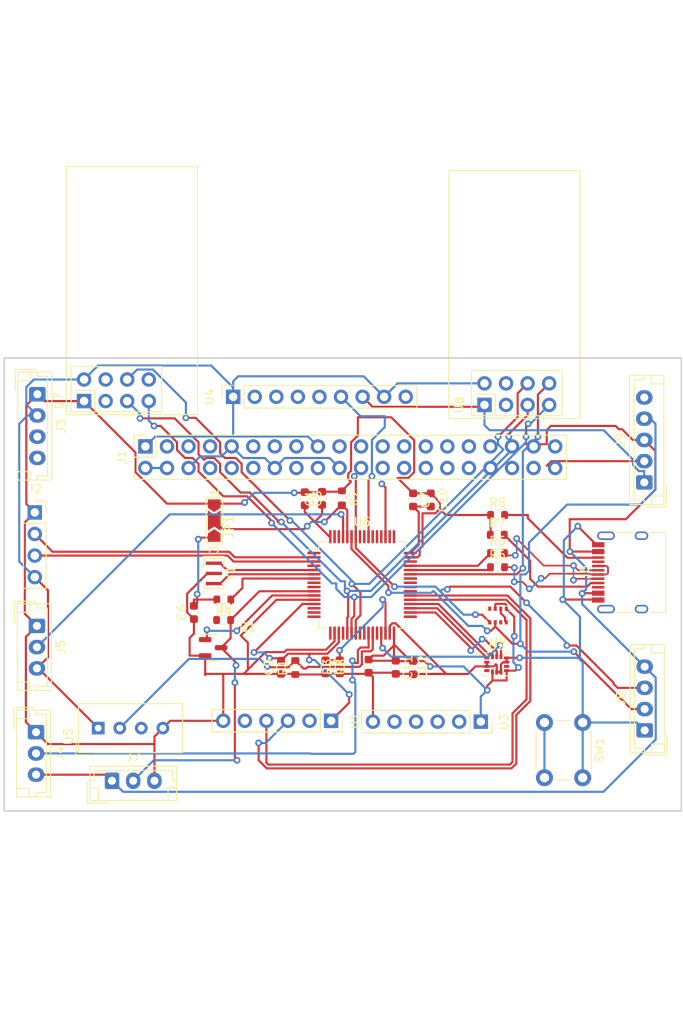
<source format=kicad_pcb>
(kicad_pcb (version 20221018) (generator pcbnew)
  (layers (0 "F.Cu" signal) (31 "B.Cu" signal) (34 "B.Paste" user) (35 "F.Paste" user) (36 "B.SilkS" user "B.Silkscreen") (37 "F.SilkS" user "F.Silkscreen") (38 "B.Mask" user) (39 "F.Mask" user) (44 "Edge.Cuts" user))
  (net 0 "")
  (net 1 "+3.3V")
  (net 2 "GND")
  (net 3 "Net-(U6-VCAP_1)")
  (net 4 "+5V")
  (net 8 "/USART3_{RX}")
  (net 9 "/USART3_{TX}")
  (net 33 "/SWDIO")
  (net 34 "/SWCLK")
  (net 35 "/I2C_{SDA}")
  (net 36 "/I2C_{SCK}")
  (net 37 "/CO_{2}")
  (net 38 "/SHAFTENC")
  (net 39 "Net-(J6-CC1)")
  (net 40 "/D+")
  (net 41 "/D-")
  (net 43 "Net-(J6-CC2)")
  (net 46 "/OneWire_{RX}")
  (net 47 "/BOOT0")
  (net 48 "/OneWire_{TX}")
  (net 49 "/DHT22")
  (net 50 "/RST")
  (net 51 "/USB_{D-}")
  (net 52 "/USB_{D+}")
  (net 54 "/USART6_{RX}")
  (net 55 "/USART6_{TX}")
  (net 57 "/SPI2MISO")
  (net 60 "/IMU_{CS}")
  (net 61 "/SPI2SCK")
  (net 62 "/SPI2MOSI")
  (net 64 "/USART2_{RX}")
  (net 65 "/USART2_{TX}")
  (net 70 "/USART1_{TX}")
  (net 71 "/USART1_{RX}")
  (net 76 "Net-(U6-PH0)")
  (net 77 "Net-(U6-PH1)")
  (net 83 "/SPI1SCK")
  (net 84 "/SPI1MISO")
  (net 85 "/SPI1MOSI")
  (net 92 "/TELE_{CS}-E")
  (net 93 "/TELE_{CE}-E")
  (net 94 "/TELE_{IRQ}-E")
  (net 99 "/TELE_{IRQ}-int")
  (net 100 "/TELE_{CE}-int")
  (net 101 "/TELE_{CS}-int")
  (footprint "Package_LGA:LGA-14_3x2.5mm_P0.5mm_LayoutBorder3x4y" (layer "F.Cu") (at 130.1496 97.028)
    (fp_text reference "U2")
    (fp_text value "IMU")
  )
  (footprint "Package_LGA:Bosch_LGA-8_2x2.5mm_P0.65mm_ClockwisePinNumbering" (layer "F.Cu") (at 130.302 91.2876 180)
    (fp_text reference "U9")
    (fp_text value "DPS310 - barometer")
  )
  (footprint "Capacitor_SMD:C_0603_1608Metric" (layer "F.Cu") (at 109.5756 77.483 90)
    (fp_text reference "C1")
    (fp_text value "10n")
  )
  (footprint "RF_Module:nRF24L01_Breakout" (layer "F.Cu") (at 81.5478 66.0352 90)
    (fp_text reference "U7")
    (fp_text value "nRF24L01-telemetry-INTERIOR")
  )
  (footprint "Connector_PinSocket_2.54mm:PinSocket_2x20_P2.54mm_Vertical" (layer "F.Cu") (at 88.773 71.374 90)
    (fp_text reference "J1")
    (fp_text value "Raspberry_Pi_2_3 ANT")
  )
  (footprint "Resistor_SMD:R_0603_1608Metric" (layer "F.Cu") (at 130.239 85.598)
    (fp_text reference "R6")
    (fp_text value "22")
  )
  (footprint "Button_Switch_THT:SW_PUSH_6mm_H4.3mm" (layer "F.Cu") (at 140.2736 103.8872 -90)
    (fp_text reference "SW1")
    (fp_text value "MCU_RST")
  )
  (footprint "Connector_PinSocket_2.54mm:PinSocket_1x06_P2.54mm_Vertical" (layer "F.Cu") (at 110.6424 103.6828 -90)
    (fp_text reference "U1")
    (fp_text value "Bluetooth Module - Shaft Power")
  )
  (footprint "Capacitor_SMD:C_0603_1608Metric" (layer "F.Cu") (at 94.488 90.932 90)
    (fp_text reference "C6")
    (fp_text value "100n")
  )
  (footprint "Capacitor_SMD:C_0603_1608Metric" (layer "F.Cu") (at 115.062 97.2442 90)
    (fp_text reference "C8")
    (fp_text value "100n")
  )
  (footprint "Connector_PinSocket_2.54mm:PinSocket_1x06_P2.54mm_Vertical" (layer "F.Cu") (at 128.27 103.7844 -90)
    (fp_text reference "U3")
    (fp_text value "Bluetooth Module - Power Controller")
  )
  (footprint "Capacitor_SMD:C_0603_1608Metric" (layer "F.Cu") (at 107.5436 77.5338 -90)
    (fp_text reference "C5")
    (fp_text value "100n")
  )
  (footprint "Connector_PinSocket_2.54mm:PinSocket_1x04_P2.54mm_Vertical" (layer "F.Cu") (at 75.7428 79.1464)
    (fp_text reference "J2")
    (fp_text value "PROGRAM")
  )
  (footprint "Connector_JST:JST_EH_B3B-EH-A_1x03_P2.50mm_Vertical" (layer "F.Cu") (at 75.9968 92.5106 -90)
    (fp_text reference "J5")
    (fp_text value "shaftencorder")
  )
  (footprint "Connector_JST:JST_EH_B4B-EH-A_1x04_P2.50mm_Vertical" (layer "F.Cu") (at 76.0476 65.2272 -90)
    (fp_text reference "J3")
    (fp_text value "Battery / Pitot/ Orientation")
  )
  (footprint "Connector_JST:JST_EH_B5B-EH-A_1x05_P2.50mm_Vertical" (layer "F.Cu") (at 147.528 75.612 90)
    (fp_text reference "J9")
    (fp_text value "Control Board")
  )
  (footprint "Resistor_SMD:R_0603_1608Metric" (layer "F.Cu") (at 111.6584 97.3328 90)
    (fp_text reference "R3")
    (fp_text value "100k")
  )
  (footprint "RF_Module:nRF24L01_Breakout" (layer "F.Cu") (at 128.7074 66.48935 90)
    (fp_text reference "U8")
    (fp_text value "nRF24L01-telemetry-EXTERIOR")
  )
  (footprint "Capacitor_SMD:C_0603_1608Metric" (layer "F.Cu") (at 122.3772 77.6732 -90)
    (fp_text reference "C10")
    (fp_text value "1u")
  )
  (footprint "Connector_PinSocket_2.54mm:PinSocket_1x09_P2.54mm_Vertical" (layer "F.Cu") (at 99.1108 65.532 90)
    (fp_text reference "U4")
    (fp_text value "GPS module")
  )
  (footprint "Resistor_SMD:R_0603_1608Metric" (layer "F.Cu") (at 97.981 91.821)
    (fp_text reference "R9")
    (fp_text value "5.6k")
  )
  (footprint "Capacitor_SMD:C_0603_1608Metric" (layer "F.Cu") (at 120.2944 97.4344 -90)
    (fp_text reference "C12")
    (fp_text value "100n")
  )
  (footprint "Connector_USB:USB_C_Receptacle_HRO_TYPE-C-31-M-12" (layer "F.Cu") (at 146.1516 86.2076 90)
    (fp_text reference "J6")
    (fp_text value "USB_C_Receptacle_USB2.0")
  )
  (footprint "Sensor:Aosong_DHT11_5.5x12.0_P2.54mm" (layer "F.Cu") (at 83.2104 104.5464 90)
    (fp_text reference "U5")
    (fp_text value "DHT11(DHT22)")
  )
  (footprint "Resistor_SMD:R_0603_1608Metric" (layer "F.Cu") (at 106.426 97.4092 90)
    (fp_text reference "R1")
    (fp_text value "100k")
  )
  (footprint "Resistor_SMD:R_0603_1608Metric" (layer "F.Cu") (at 130.239 83.947)
    (fp_text reference "R5")
    (fp_text value "22")
  )
  (footprint "Package_TO_SOT_SMD:SOT-23" (layer "F.Cu") (at 96.7509 95.0722)
    (fp_text reference "Q1")
    (fp_text value "2N7002K")
  )
  (footprint "Package_QFP:LQFP-64_10x10mm_P0.5mm" (layer "F.Cu") (at 114.3 87.6808)
    (fp_text reference "U6")
    (fp_text value "STM32F412RETx")
  )
  (footprint "Capacitor_SMD:C_0603_1608Metric" (layer "F.Cu") (at 118.2624 97.3836 -90)
    (fp_text reference "C11")
    (fp_text value "100n")
  )
  (footprint "Resistor_SMD:R_0603_1608Metric" (layer "F.Cu") (at 98.0064 89.408 180)
    (fp_text reference "R4")
    (fp_text value "10k")
  )
  (footprint "Connector_JST:JST_EH_B3B-EH-A_1x03_P2.50mm_Vertical" (layer "F.Cu") (at 75.8952 105.029 -90)
    (fp_text reference "J4")
    (fp_text value "c02 censor")
  )
  (footprint "Resistor_SMD:R_0603_1608Metric" (layer "F.Cu") (at 130.2126 81.788)
    (fp_text reference "R7")
    (fp_text value "5.1K")
  )
  (footprint "Capacitor_SMD:C_0603_1608Metric" (layer "F.Cu") (at 109.982 97.3328 -90)
    (fp_text reference "C2")
    (fp_text value "4.7u")
  )
  (footprint "Capacitor_SMD:C_0603_1608Metric" (layer "F.Cu") (at 120.2944 77.6732 -90)
    (fp_text reference "C7")
    (fp_text value "100n")
  )
  (footprint "Crystal:Resonator_SMD_Murata_CSTxExxV-3Pin_3.0x1.1mm" (layer "F.Cu") (at 96.8248 86.3284 -90)
    (fp_text reference "Y1")
    (fp_text value "8M")
  )
  (footprint "Connector_JST:JST_EH_B4B-EH-A_1x04_P2.50mm_Vertical" (layer "F.Cu") (at 147.574 104.8074 90)
    (fp_text reference "J8")
    (fp_text value "lidar")
  )
  (footprint "Connector_JST:JST_EH_B3B-EH-A_1x03_P2.50mm_Vertical" (layer "F.Cu") (at 84.836 110.744)
    (fp_text reference "J7")
    (fp_text value "SparLoad")
  )
  (footprint "Resistor_SMD:R_0603_1608Metric" (layer "F.Cu") (at 111.9124 77.4314 -90)
    (fp_text reference "R2")
    (fp_text value "10k")
  )
  (footprint "Capacitor_SMD:C_0603_1608Metric" (layer "F.Cu") (at 104.7496 97.3836 90)
    (fp_text reference "C9")
    (fp_text value "10n")
  )
  (footprint "Jumper:SolderJumper-3_P2.0mm_Open_TrianglePad1.0x1.5mm_NumberLabels" (layer "F.Cu") (at 96.8756 80.1116 -90)
    (fp_text reference "JP1")
    (fp_text value "BOOT0")
  )
  (footprint "Resistor_SMD:R_0603_1608Metric" (layer "F.Cu") (at 130.2512 79.4512)
    (fp_text reference "R8")
    (fp_text value "5.1K")
  )
  (gr_rect (start 72.136 60.96) (end 151.892 114.3) (stroke (width 0.2)) (fill none) (layer "Edge.Cuts"))
  (segment (start 136.5904 73.112) (end 136.0424 73.66) (width 0.25) (layer "F.Cu") (net 1))
  (segment (start 118.05 94.682) (end 120.0274 96.6594) (width 0.25) (layer "F.Cu") (net 1))
  (segment (start 115.2014 96.6086) (end 115.062 96.4692) (width 0.25) (layer "F.Cu") (net 1))
  (segment (start 118.05 93.3558) (end 118.05 96.3962) (width 0.25) (layer "F.Cu") (net 1))
  (segment (start 77.2968 88.3204) (end 77.2968 96.2106) (width 0.25) (layer "F.Cu") (net 1))
  (segment (start 104.461954 96.320954) (end 104.7496 96.6086) (width 0.25) (layer "F.Cu") (net 1))
  (segment (start 118.05 93.3558) (end 118.05 94.682) (width 0.25) (layer "F.Cu") (net 1))
  (segment (start 75.7428 86.7664) (end 77.2968 88.3204) (width 0.25) (layer "F.Cu") (net 1))
  (segment (start 122.3772 78.4482) (end 120.2944 78.4482) (width 0.25) (layer "F.Cu") (net 1))
  (segment (start 118.3132 96.6594) (end 118.2624 96.6086) (width 0.25) (layer "F.Cu") (net 1))
  (segment (start 118.05 94.802) (end 118.05 94.682) (width 0.25) (layer "F.Cu") (net 1))
  (segment (start 120.2944 96.6594) (end 121.669802 96.6594) (width 0.25) (layer "F.Cu") (net 1))
  (segment (start 131.318 98.933) (end 129.667 98.933) (width 0.25) (layer "F.Cu") (net 1))
  (segment (start 109.5756 79.4004) (end 108.712 80.264) (width 0.25) (layer "F.Cu") (net 1))
  (segment (start 77.2968 96.2106) (end 75.9968 97.5106) (width 0.25) (layer "F.Cu") (net 1))
  (segment (start 118.2624 96.6086) (end 115.2014 96.6086) (width 0.25) (layer "F.Cu") (net 1))
  (segment (start 131.318 98.179763) (end 131.318 98.933) (width 0.25) (layer "F.Cu") (net 1))
  (segment (start 129.667 98.933) (end 129.6496 98.9156) (width 0.25) (layer "F.Cu") (net 1))
  (segment (start 108.712 80.264) (end 107.5436 79.0956) (width 0.25) (layer "F.Cu") (net 1))
  (segment (start 132.346 97.778) (end 131.3121 97.778) (width 0.25) (layer "F.Cu") (net 1))
  (segment (start 94.869 89.776) (end 94.488 90.157) (width 0.25) (layer "F.Cu") (net 1))
  (segment (start 108.077 96.52) (end 108.077 95.9098) (width 0.25) (layer "F.Cu") (net 1))
  (segment (start 118.05 96.3962) (end 118.2624 96.6086) (width 0.25) (layer "F.Cu") (net 1))
  (segment (start 95.1804 82.1116) (end 94.996 82.296) (width 0.25) (layer "F.Cu") (net 1))
  (segment (start 115.5192 96.012) (end 116.84 96.012) (width 0.25) (layer "F.Cu") (net 1))
  (segment (start 109.5756 78.258) (end 109.5756 79.4004) (width 0.25) (layer "F.Cu") (net 1))
  (segment (start 94.488 89.408) (end 94.488 90.157) (width 0.25) (layer "F.Cu") (net 1))
  (segment (start 96.8756 82.1116) (end 95.1804 82.1116) (width 0.25) (layer "F.Cu") (net 1))
  (segment (start 94.869 88.773) (end 94.869 89.776) (width 0.25) (layer "F.Cu") (net 1))
  (segment (start 120.962 82.9438) (end 120.962 79.1158) (width 0.25) (layer "F.Cu") (net 1))
  (segment (start 97.1814 89.408) (end 94.488 89.408) (width 0.25) (layer "F.Cu") (net 1))
  (segment (start 107.2627 89.9308) (end 101.5625 95.631) (width 0.25) (layer "F.Cu") (net 1))
  (segment (start 132.213 91.4236) (end 132.213 93.726) (width 0.25) (layer "F.Cu") (net 1))
  (segment (start 129.032 99.568) (end 129.667 98.933) (width 0.25) (layer "F.Cu") (net 1))
  (segment (start 131.277 90.4876) (end 132.213 91.4236) (width 0.25) (layer "F.Cu") (net 1))
  (segment (start 131.127 89.9126) (end 130.0514 89.9126) (width 0.25) (layer "F.Cu") (net 1))
  (segment (start 103.398585 96.320954) (end 104.461954 96.320954) (width 0.25) (layer "F.Cu") (net 1))
  (segment (start 110.214442 95.7828) (end 107.95 95.7828) (width 0.25) (layer "F.Cu") (net 1))
  (segment (start 110.55 82.0058) (end 110.4538 82.0058) (width 0.25) (layer "F.Cu") (net 1))
  (segment (start 108.625 89.9308) (end 107.2627 89.9308) (width 0.25) (layer "F.Cu") (net 1))
  (segment (start 76.1746 97.5106) (end 75.9968 97.5106) (width 0.25) (layer "F.Cu") (net 1))
  (segment (start 132.715 97.409) (end 132.346 97.778) (width 0.25) (layer "F.Cu") (net 1))
  (segment (start 110.6424 103.6828) (end 112.776 101.5492) (width 0.25) (layer "F.Cu") (net 1))
  (segment (start 131.277 90.4876) (end 131.277 90.0626) (width 0.25) (layer "F.Cu") (net 1))
  (segment (start 121.669802 96.6594) (end 122.296701 97.286299) (width 0.25) (layer "F.Cu") (net 1))
  (segment (start 131.3121 98.173863) (end 131.318 98.179763) (width 0.25) (layer "F.Cu") (net 1))
  (segment (start 129.032 100.076) (end 129.032 99.568) (width 0.25) (layer "F.Cu") (net 1))
  (segment (start 107.5436 79.0956) (end 107.5436 78.3088) (width 0.25) (layer "F.Cu") (net 1))
  (segment (start 147.528 73.112) (end 136.5904 73.112) (width 0.25) (layer "F.Cu") (net 1))
  (segment (start 129.977 89.987) (end 129.977 90.4876) (width 0.25) (layer "F.Cu") (net 1))
  (segment (start 111.55 93.3558) (end 111.55 94.447242) (width 0.25) (layer "F.Cu") (net 1))
  (segment (start 105.5754 95.7828) (end 104.7496 96.6086) (width 0.25) (layer "F.Cu") (net 1))
  (segment (start 112.776 101.5492) (end 112.776 100.584) (width 0.25) (layer "F.Cu") (net 1))
  (segment (start 110.4538 82.0058) (end 108.712 80.264) (width 0.25) (layer "F.Cu") (net 1))
  (segment (start 120.2944 96.6594) (end 118.3132 96.6594) (width 0.25) (layer "F.Cu") (net 1))
  (segment (start 119.975 83.9308) (end 120.962 82.9438) (width 0.25) (layer "F.Cu") (net 1))
  (segment (start 107.95 95.7828) (end 105.5754 95.7828) (width 0.25) (layer "F.Cu") (net 1))
  (segment (start 131.3121 97.778) (end 131.3121 98.173863) (width 0.25) (layer "F.Cu") (net 1))
  (segment (start 130.0514 89.9126) (end 129.977 89.987) (width 0.25) (layer "F.Cu") (net 1))
  (segment (start 131.277 90.0626) (end 131.127 89.9126) (width 0.25) (layer "F.Cu") (net 1))
  (segment (start 108.077 95.9098) (end 107.95 95.7828) (width 0.25) (layer "F.Cu") (net 1))
  (segment (start 120.0274 96.6594) (end 120.2944 96.6594) (width 0.25) (layer "F.Cu") (net 1))
  (segment (start 129.6496 98.9156) (end 129.6496 97.9405) (width 0.25) (layer "F.Cu") (net 1))
  (segment (start 120.962 79.1158) (end 120.2944 78.4482) (width 0.25) (layer "F.Cu") (net 1))
  (segment (start 83.2104 104.5464) (end 76.1746 97.5106) (width 0.25) (layer "F.Cu") (net 1))
  (segment (start 116.84 96.012) (end 118.05 94.802) (width 0.25) (layer "F.Cu") (net 1))
  (segment (start 115.062 96.4692) (end 115.5192 96.012) (width 0.25) (layer "F.Cu") (net 1))
  (segment (start 111.55 94.447242) (end 110.214442 95.7828) (width 0.25) (layer "F.Cu") (net 1))
  (via (at 112.776 100.584) (size 0.8) (drill 0.4) (layers "F.Cu" "B.Cu") (net 1))
  (via (at 132.213 93.726) (size 0.8) (drill 0.4) (layers "F.Cu" "B.Cu") (net 1))
  (via (at 132.715 97.409) (size 0.8) (drill 0.4) (layers "F.Cu" "B.Cu") (net 1))
  (via (at 103.398585 96.320954) (size 0.8) (drill 0.4) (layers "F.Cu" "B.Cu") (net 1))
  (via (at 122.296701 97.286299) (size 0.8) (drill 0.4) (layers "F.Cu" "B.Cu") (net 1))
  (via (at 101.5625 95.631) (size 0.8) (drill 0.4) (layers "F.Cu" "B.Cu") (net 1))
  (via (at 129.032 100.076) (size 0.8) (drill 0.4) (layers "F.Cu" "B.Cu") (net 1))
  (via (at 94.869 88.773) (size 0.8) (drill 0.4) (layers "F.Cu" "B.Cu") (net 1))
  (via (at 108.077 96.52) (size 0.8) (drill 0.4) (layers "F.Cu" "B.Cu") (net 1))
  (via (at 94.996 82.296) (size 0.8) (drill 0.4) (layers "F.Cu" "B.Cu") (net 1))
  (segment (start 116.8908 65.532) (end 118.47345 63.94935) (width 0.25) (layer "B.Cu") (net 1))
  (segment (start 99.1108 63.7032) (end 99.1108 65.532) (width 0.25) (layer "B.Cu") (net 1))
  (segment (start 107.918 70.199) (end 109.093 71.374) (width 0.25) (layer "B.Cu") (net 1))
  (segment (start 94.996 88.646) (end 94.869 88.773) (width 0.25) (layer "B.Cu") (net 1))
  (segment (start 74.7476 64.389027) (end 75.641427 63.4952) (width 0.25) (layer "B.Cu") (net 1))
  (segment (start 75.641427 63.4952) (end 81.5478 63.4952) (width 0.25) (layer "B.Cu") (net 1))
  (segment (start 102.708631 95.631) (end 103.398585 96.320954) (width 0.25) (layer "B.Cu") (net 1))
  (segment (start 99.695 63.119) (end 99.1108 63.7032) (width 0.25) (layer "B.Cu") (net 1))
  (segment (start 99.1108 70.1228) (end 99.187 70.199) (width 0.25) (layer "B.Cu") (net 1))
  (segment (start 99.187 70.199) (end 107.918 70.199) (width 0.25) (layer "B.Cu") (net 1))
  (segment (start 116.8908 65.532) (end 114.4778 63.119) (width 0.25) (layer "B.Cu") (net 1))
  (segment (start 89.948 70.199) (end 99.187 70.199) (width 0.25) (layer "B.Cu") (net 1))
  (segment (start 122.296701 97.286299) (end 126.242299 97.286299) (width 0.25) (layer "B.Cu") (net 1))
  (segment (start 83.194 61.849) (end 81.5478 63.4952) (width 0.25) (layer "B.Cu") (net 1))
  (segment (start 108.712 96.52) (end 108.077 96.52) (width 0.25) (layer "B.Cu") (net 1))
  (segment (start 75.7428 86.7664) (end 73.914 84.9376) (width 0.25) (layer "B.Cu") (net 1))
  (segment (start 132.213 93.726) (end 132.117 93.822) (width 0.25) (layer "B.Cu") (net 1))
  (segment (start 101.5625 95.631) (end 102.708631 95.631) (width 0.25) (layer "B.Cu") (net 1))
  (segment (start 96.52 61.849) (end 83.194 61.849) (width 0.25) (layer "B.Cu") (net 1))
  (segment (start 128.27 100.838) (end 128.27 103.7844) (width 0.25) (layer "B.Cu") (net 1))
  (segment (start 114.4778 63.119) (end 99.695 63.119) (width 0.25) (layer "B.Cu") (net 1))
  (segment (start 129.032 100.076) (end 128.27 100.838) (width 0.25) (layer "B.Cu") (net 1))
  (segment (start 73.914 68.707) (end 74.8938 67.7272) (width 0.25) (layer "B.Cu") (net 1))
  (segment (start 99.1108 64.4398) (end 96.52 61.849) (width 0.25) (layer "B.Cu") (net 1))
  (segment (start 74.8938 67.7272) (end 76.0476 67.7272) (width 0.25) (layer "B.Cu") (net 1))
  (segment (start 74.7476 66.4272) (end 74.7476 64.389027) (width 0.25) (layer "B.Cu") (net 1))
  (segment (start 73.914 84.9376) (end 73.914 68.707) (width 0.25) (layer "B.Cu") (net 1))
  (segment (start 88.773 71.374) (end 89.948 70.199) (width 0.25) (layer "B.Cu") (net 1))
  (segment (start 118.47345 63.94935) (end 128.7074 63.94935) (width 0.25) (layer "B.Cu") (net 1))
  (segment (start 132.117 93.822) (end 132.117 96.811) (width 0.25) (layer "B.Cu") (net 1))
  (segment (start 112.776 100.584) (end 108.712 96.52) (width 0.25) (layer "B.Cu") (net 1))
  (segment (start 99.1108 65.532) (end 99.1108 70.1228) (width 0.25) (layer "B.Cu") (net 1))
  (segment (start 76.0476 67.7272) (end 74.7476 66.4272) (width 0.25) (layer "B.Cu") (net 1))
  (segment (start 99.1108 65.532) (end 99.1108 64.4398) (width 0.25) (layer "B.Cu") (net 1))
  (segment (start 94.996 82.296) (end 94.996 88.646) (width 0.25) (layer "B.Cu") (net 1))
  (segment (start 132.117 96.811) (end 132.715 97.409) (width 0.25) (layer "B.Cu") (net 1))
  (segment (start 126.242299 97.286299) (end 129.032 100.076) (width 0.25) (layer "B.Cu") (net 1))
  (segment (start 114.9234 98.1578) (end 115.062 98.0192) (width 0.25) (layer "F.Cu") (net 2))
  (segment (start 137.922 89.408) (end 142.057 89.408) (width 0.25) (layer "F.Cu") (net 2))
  (segment (start 102.904596 95.596404) (end 100.838 97.663) (width 0.25) (layer "F.Cu") (net 2))
  (segment (start 120.2944 76.8982) (end 122.3772 76.8982) (width 0.25) (layer "F.Cu") (net 2))
  (segment (start 130.627 91.0126) (end 131.127 91.5126) (width 0.25) (layer "F.Cu") (net 2))
  (segment (start 128.9871 97.278) (end 129.798 97.278) (width 0.25) (layer "F.Cu") (net 2))
  (segment (start 130.6496 97.044637) (end 130.916237 96.778) (width 0.25) (layer "F.Cu") (net 2))
  (segment (start 117.55 92.515115) (end 117.863115 92.202) (width 0.25) (layer "F.Cu") (net 2))
  (segment (start 95.8032 96.012) (end 95.8134 96.0222) (width 0.25) (layer "F.Cu") (net 2))
  (segment (start 96.0748 86.3284) (end 93.688 88.7152) (width 0.25) (layer "F.Cu") (net 2))
  (segment (start 74.7476 78.1512) (end 74.7476 66.5272) (width 0.25) (layer "F.Cu") (net 2))
  (segment (start 75.9968 92.5106) (end 74.6968 93.8106) (width 0.25) (layer "F.Cu") (net 2))
  (segment (start 123.444 78.74) (end 122.936 79.248) (width 0.25) (layer "F.Cu") (net 2))
  (segment (start 104.216005 89.4308) (end 99.998402 93.648403) (width 0.25) (layer "F.Cu") (net 2))
  (segment (start 106.426 98.2342) (end 109.8556 98.2342) (width 0.25) (layer "F.Cu") (net 2))
  (segment (start 89.836 106.426) (end 89.836 105.5408) (width 0.25) (layer "F.Cu") (net 2))
  (segment (start 109.5248 76.7588) (end 109.5756 76.708) (width 0.25) (layer "F.Cu") (net 2))
  (segment (start 115.5258 66.707) (end 114.3508 65.532) (width 0.25) (layer "F.Cu") (net 2))
  (segment (start 93.98 93.9298) (end 93.98 96.012) (width 0.25) (layer "F.Cu") (net 2))
  (segment (start 130.916237 96.778) (end 131.3121 96.778) (width 0.25) (layer "F.Cu") (net 2))
  (segment (start 130.627 90.4876) (end 130.627 91.0126) (width 0.25) (layer "F.Cu") (net 2))
  (segment (start 90.8304 104.5464) (end 91.694 103.6828) (width 0.25) (layer "F.Cu") (net 2))
  (segment (start 130.1496 97.9405) (end 130.6496 97.9405) (width 0.25) (layer "F.Cu") (net 2))
  (segment (start 112.998 70.887299) (end 112.998 74.242095) (width 0.25) (layer "F.Cu") (net 2))
  (segment (start 95.8134 96.0222) (end 95.8134 98.2934) (width 0.25) (layer "F.Cu") (net 2))
  (segment (start 74.5678 80.3214) (end 74.5678 91.0816) (width 0.25) (layer "F.Cu") (net 2))
  (segment (start 81.5478 66.0352) (end 87.598 72.0854) (width 0.25) (layer "F.Cu") (net 2))
  (segment (start 120.428 74.400701) (end 120.428 70.644) (width 0.25) (layer "F.Cu") (net 2))
  (segment (start 131.127 91.9376) (end 131.277 92.0876) (width 0.25) (layer "F.Cu") (net 2))
  (segment (start 129.4262 79.4512) (end 124.1552 79.4512) (width 0.25) (layer "F.Cu") (net 2))
  (segment (start 120.3328 98.171) (end 120.2944 98.2094) (width 0.25) (layer "F.Cu") (net 2))
  (segment (start 111.05 93.3558) (end 111.05 94.310846) (width 0.25) (layer "F.Cu") (net 2))
  (segment (start 89.836 110.744) (end 89.836 106.426) (width 0.25) (layer "F.Cu") (net 2))
  (segment (start 129.4262 81.7494) (end 129.3876 81.788) (width 0.25) (layer "F.Cu") (net 2))
  (segment (start 128.9871 97.278) (end 128.9871 96.778) (width 0.25) (layer "F.Cu") (net 2))
  (segment (start 120.428 70.644) (end 117.729 67.945) (width 0.25) (layer "F.Cu") (net 2))
  (segment (start 75.8952 105.029) (end 77.2922 106.426) (width 0.25) (layer "F.Cu") (net 2))
  (segment (start 121.412 83.130196) (end 121.075 83.467196) (width 0.25) (layer "F.Cu") (net 2))
  (segment (start 111.8108 76.708) (end 111.9124 76.6064) (width 0.25) (layer "F.Cu") (net 2))
  (segment (start 131.3241 96.266) (end 131.3121 96.278) (width 0.25) (layer "F.Cu") (net 2))
  (segment (start 117.729 67.945) (end 113.792 67.945) (width 0.25) (layer "F.Cu") (net 2))
  (segment (start 109.5756 76.708) (end 111.8108 76.708) (width 0.25) (layer "F.Cu") (net 2))
  (segment (start 112.6479 75.192805) (end 112.961547 75.506453) (width 0.25) (layer "F.Cu") (net 2))
  (segment (start 106.3504 98.1586) (end 106.426 98.2342) (width 0.25) (layer "F.Cu") (net 2))
  (segment (start 74.5678 91.0816) (end 75.9968 92.5106) (width 0.25) (layer "F.Cu") (net 2))
  (segment (start 115.57 98.5272) (end 115.062 98.0192) (width 0.25) (layer "F.Cu") (net 2))
  (segment (start 131.3121 96.778) (end 131.3121 96.278) (width 0.25) (layer "F.Cu") (net 2))
  (segment (start 121.075 84.1966) (end 120.8408 84.4308) (width 0.25) (layer "F.Cu") (net 2))
  (segment (start 129.798 97.278) (end 130.048 97.028) (width 0.25) (layer "F.Cu") (net 2))
  (segment (start 106.299 76.835) (end 107.4674 76.835) (width 0.25) (layer "F.Cu") (net 2))
  (segment (start 76.0476 65.2272) (end 76.8556 66.0352) (width 0.25) (layer "F.Cu") (net 2))
  (segment (start 87.598 72.0854) (end 87.598 74.400701) (width 0.25) (layer "F.Cu") (net 2))
  (segment (start 74.6968 103.8306) (end 75.8952 105.029) (width 0.25) (layer "F.Cu") (net 2))
  (segment (start 113.792 70.093299) (end 112.998 70.887299) (width 0.25) (layer "F.Cu") (net 2))
  (segment (start 107.5436 76.7588) (end 109.5248 76.7588) (width 0.25) (layer "F.Cu") (net 2))
  (segment (start 117.55 93.3558) (end 117.55 92.515115) (width 0.25) (layer "F.Cu") (net 2))
  (segment (start 123.444 77.965) (end 123.444 78.74) (width 0.25) (layer "F.Cu") (net 2))
  (segment (start 111.6584 98.1578) (end 114.9234 98.1578) (width 0.25) (layer "F.Cu") (net 2))
  (segment (start 87.598 74.400701) (end 91.308899 78.1116) (width 0.25) (layer "F.Cu") (net 2))
  (segment (start 112.6479 74.592195) (end 112.6479 75.192805) (width 0.25) (layer "F.Cu") (net 2))
  (segment (start 74.7476 66.5272) (end 76.0476 65.2272) (width 0.25) (layer "F.Cu") (net 2))
  (segment (start 100.3424 98.1586) (end 103.632 98.1586) (width 0.25) (layer "F.Cu") (net 2))
  (segment (start 120.2436 98.1586) (end 120.2944 98.2094) (width 0.25) (layer "F.Cu") (net 2))
  (segment (start 94.488 91.707) (end 94.488 93.4218) (width 0.25) (layer "F.Cu") (net 2))
  (segment (start 118.237 92.202) (end 124.206 98.171) (width 0.25) (layer "F.Cu") (net 2))
  (segment (start 74.6968 93.8106) (end 74.6968 103.8306) (width 0.25) (layer "F.Cu") (net 2))
  (segment (start 122.936 79.248) (end 121.412 79.248) (width 0.25) (layer "F.Cu") (net 2))
  (segment (start 93.688 88.7152) (end 93.688 90.907) (width 0.25) (layer "F.Cu") (net 2))
  (segment (start 96.8248 86.3284) (end 96.0748 86.3284) (width 0.25) (layer "F.Cu") (net 2))
  (segment (start 95.8134 98.2934) (end 95.9482 98.1586) (width 0.25) (layer "F.Cu") (net 2))
  (segment (start 111.05 94.310846) (end 110.046423 95.314423) (width 0.25) (layer "F.Cu") (net 2))
  (segment (start 112.961547 75.557253) (end 111.9124 76.6064) (width 0.25) (layer "F.Cu") (net 2))
  (segment (start 113.792 67.945) (end 113.792 70.093299) (width 0.25) (layer "F.Cu") (net 2))
  (segment (start 115.57 103.7844) (end 115.57 98.5272) (width 0.25) (layer "F.Cu") (net 2))
  (segment (start 103.632 98.1586) (end 104.7496 98.1586) (width 0.25) (layer "F.Cu") (net 2))
  (segment (start 93.98 96.012) (end 95.8032 96.012) (width 0.25) (layer "F.Cu") (net 2))
  (segment (start 112.961547 75.506453) (end 112.961547 75.557253) (width 0.25) (layer "F.Cu") (net 2))
  (segment (start 142.057 89.408) (end 142.1066 89.4576) (width 0.25) (layer "F.Cu") (net 2))
  (segment (start 96.8756 78.1116) (end 100.3234 78.1116) (width 0.25) (layer "F.Cu") (net 2))
  (segment (start 91.694 103.6828) (end 97.9424 103.6828) (width 0.25) (layer "F.Cu") (net 2))
  (segment (start 109.8556 98.2342) (end 109.982 98.1078) (width 0.25) (layer "F.Cu") (net 2))
  (segment (start 77.2922 106.426) (end 89.836 106.426) (width 0.25) (layer "F.Cu") (net 2))
  (segment (start 112.998 74.242095) (end 112.6479 74.592195) (width 0.25) (layer "F.Cu") (net 2))
  (segment (start 121.075 83.467196) (end 121.075 84.1966) (width 0.25) (layer "F.Cu") (net 2))
  (segment (start 118.2624 98.1586) (end 120.2436 98.1586) (width 0.25) (layer "F.Cu") (net 2))
  (segment (start 97.79 98.1586) (end 103.632 98.1586) (width 0.25) (layer "F.Cu") (net 2))
  (segment (start 132.842 96.266) (end 131.3241 96.266) (width 0.25) (layer "F.Cu") (net 2))
  (segment (start 100.838 94.488001) (end 100.838 97.663) (width 0.25) (layer "F.Cu") (net 2))
  (segment (start 119.739701 75.089) (end 120.428 74.400701) (width 0.25) (layer "F.Cu") (net 2))
  (segment (start 130.1496 97.1296) (end 130.1496 97.9405) (width 0.25) (layer "F.Cu") (net 2))
  (segment (start 117.863115 92.202) (end 118.237 92.202) (width 0.25) (layer "F.Cu") (net 2))
  (segment (start 104.7496 98.1586) (end 106.3504 98.1586) (width 0.25) (layer "F.Cu") (net 2))
  (segment (start 122.3772 76.8982) (end 123.444 77.965) (width 0.25) (layer "F.Cu") (net 2))
  (segment (start 120.2944 76.8982) (end 118.4852 75.089) (width 0.25) (layer "F.Cu") (net 2))
  (segment (start 124.206 98.171) (end 121.412 98.171) (width 0.25) (layer "F.Cu") (net 2))
  (segment (start 75.7428 79.1464) (end 74.5678 80.3214) (width 0.25) (layer "F.Cu") (net 2))
  (segment (start 115.062 98.0192) (end 118.123 98.0192) (width 0.25) (layer "F.Cu") (net 2))
  (segment (start 76.8556 66.0352) (end 81.5478 66.0352) (width 0.25) (layer "F.Cu") (net 2))
  (segment (start 109.982 98.1078) (end 111.6084 98.1078) (width 0.25) (layer "F.Cu") (net 2))
  (segment (start 75.7428 79.1464) (end 74.7476 78.1512) (width 0.25) (layer "F.Cu") (net 2))
  (segment (start 97.9424 98.311) (end 97.79 98.1586) (width 0.25) (layer "F.Cu") (net 2))
  (segment (start 131.127 91.5126) (end 131.127 91.9376) (width 0.25) (layer "F.Cu") (net 2))
  (segment (start 118.123 98.0192) (end 118.2624 98.1586) (width 0.25) (layer "F.Cu") (net 2))
  (segment (start 120.8408 84.4308) (end 119.975 84.4308) (width 0.25) (layer "F.Cu") (net 2))
  (segment (start 139.7 80.772) (end 141.8856 82.9576) (width 0.25) (layer "F.Cu") (net 2))
  (segment (start 118.4852 75.089) (end 119.739701 75.089) (width 0.25) (layer "F.Cu") (net 2))
  (segment (start 100.3234 78.1116) (end 100.457 77.978) (width 0.25) (layer "F.Cu") (net 2))
  (segment (start 105.407381 95.314423) (end 105.1254 95.596404) (width 0.25) (layer "F.Cu") (net 2))
  (segment (start 95.9482 98.1586) (end 97.79 98.1586) (width 0.25) (layer "F.Cu") (net 2))
  (segment (start 91.308899 78.1116) (end 96.8756 78.1116) (width 0.25) (layer "F.Cu") (net 2))
  (segment (start 93.688 90.907) (end 94.488 91.707) (width 0.25) (layer "F.Cu") (net 2))
  (segment (start 111.6084 98.1078) (end 111.6584 98.1578) (width 0.25) (layer "F.Cu") (net 2))
  (segment (start 110.046423 95.314423) (end 105.407381 95.314423) (width 0.25) (layer "F.Cu") (net 2))
  (segment (start 127.639 97.278) (end 126.746 98.171) (width 0.25) (layer "F.Cu") (net 2))
  (segment (start 121.412 98.171) (end 120.3328 98.171) (width 0.25) (layer "F.Cu") (net 2))
  (segment (start 100.838 97.663) (end 100.3424 98.1586) (width 0.25) (layer "F.Cu") (net 2))
  (segment (start 128.48975 66.707) (end 115.5258 66.707) (width 0.25) (layer "F.Cu") (net 2))
  (segment (start 108.625 89.4308) (end 104.216005 89.4308) (width 0.25) (layer "F.Cu") (net 2))
  (segment (start 128.7074 66.48935) (end 128.48975 66.707) (width 0.25) (layer "F.Cu") (net 2))
  (segment (start 130.048 97.028) (end 130.1496 97.1296) (width 0.25) (layer "F.Cu") (net 2))
  (segment (start 121.412 79.248) (end 121.412 83.130196) (width 0.25) (layer "F.Cu") (net 2))
  (segment (start 126.746 98.171) (end 121.412 98.171) (width 0.25) (layer "F.Cu") (net 2))
  (segment (start 141.8856 82.9576) (end 142.1066 82.9576) (width 0.25) (layer "F.Cu") (net 2))
  (segment (start 130.6496 97.9405) (end 130.6496 97.044637) (width 0.25) (layer "F.Cu") (net 2))
  (segment (start 128.9871 97.278) (end 127.639 97.278) (width 0.25) (layer "F.Cu") (net 2))
  (segment (start 97.9424 103.6828) (end 97.9424 98.311) (width 0.25) (layer "F.Cu") (net 2))
  (segment (start 99.998402 93.648403) (end 100.838 94.488001) (width 0.25) (layer "F.Cu") (net 2))
  (segment (start 129.4262 79.4512) (end 129.4262 81.7494) (width 0.25) (layer "F.Cu") (net 2))
  (segment (start 89.836 105.5408) (end 90.8304 104.5464) (width 0.25) (layer "F.Cu") (net 2))
  (segment (start 107.4674 76.835) (end 107.5436 76.7588) (width 0.25) (layer "F.Cu") (net 2))
  (segment (start 124.1552 79.4512) (end 123.444 78.74) (width 0.25) (layer "F.Cu") (net 2))
  (segment (start 105.1254 95.596404) (end 102.904596 95.596404) (width 0.25) (layer "F.Cu") (net 2))
  (segment (start 94.488 93.4218) (end 93.98 93.9298) (width 0.25) (layer "F.Cu") (net 2))
  (via (at 106.299 76.835) (size 0.8) (drill 0.4) (layers "F.Cu" "B.Cu") (net 2))
  (via (at 100.457 77.978) (size 0.8) (drill 0.4) (layers "F.Cu" "B.Cu") (net 2))
  (via (at 132.842 96.266) (size 0.8) (drill 0.4) (layers "F.Cu" "B.Cu") (net 2))
  (via (at 137.922 89.408) (size 0.8) (drill 0.4) (layers "F.Cu" "B.Cu") (net 2))
  (via (at 139.7 80.772) (size 0.8) (drill 0.4) (layers "F.Cu" "B.Cu") (net 2))
  (segment (start 147.528 75.612) (end 147.528 74.287) (width 0.25) (layer "B.Cu") (net 2))
  (segment (start 104.013 73.914) (end 105.188 72.739) (width 0.25) (layer "B.Cu") (net 2))
  (segment (start 146.228 72.949) (end 142.748 69.469) (width 0.25) (layer "B.Cu") (net 2))
  (segment (start 139.745898 96.266) (end 132.842 96.266) (width 0.25) (layer "B.Cu") (net 2))
  (segment (start 128.7074 68.865) (end 128.7907 68.9483) (width 0.25) (layer "B.Cu") (net 2))
  (segment (start 102.838 72.739) (end 104.013 73.914) (width 0.25) (layer "B.Cu") (net 2))
  (segment (start 97.758 72.549) (end 98.933 71.374) (width 0.25) (layer "B.Cu") (net 2))
  (segment (start 140.167449 96.687551) (end 139.745898 96.266) (width 0.25) (layer "B.Cu") (net 2))
  (segment (start 140.2736 103.8872) (end 146.6538 103.8872) (width 0.25) (layer "B.Cu") (net 2))
  (segment (start 139.954 91.44) (end 139.954 96.474101) (width 0.25) (layer "B.Cu") (net 2))
  (segment (start 146.6538 103.8872) (end 147.574 104.8074) (width 0.25) (layer "B.Cu") (net 2))
  (segment (start 110.458 72.739) (end 111.633 73.914) (width 0.25) (layer "B.Cu") (net 2))
  (segment (start 93.853 73.914) (end 95.218 72.549) (width 0.25) (layer "B.Cu") (net 2))
  (segment (start 100.457 77.978) (end 101.6 76.835) (width 0.25) (layer "B.Cu") (net 2))
  (segment (start 100.298 72.739) (end 102.838 72.739) (width 0.25) (layer "B.Cu") (net 2))
  (segment (start 139.7 80.772) (end 138.049 82.423) (width 0.25) (layer "B.Cu") (net 2))
  (segment (start 147.528 74.287) (end 146.916299 74.287) (width 0.25) (layer "B.Cu") (net 2))
  (segment (start 137.922 89.408) (end 139.954 91.44) (width 0.25) (layer "B.Cu") (net 2))
  (segment (start 129.3114 69.469) (end 128.7907 68.9483) (width 0.25) (layer "B.Cu") (net 2))
  (segment (start 146.916299 74.287) (end 146.228 73.598701) (width 0.25) (layer "B.Cu") (net 2))
  (segment (start 146.228 73.598701) (end 146.228 72.949) (width 0.25) (layer "B.Cu") (net 2))
  (segment (start 138.049 82.423) (end 138.049 89.281) (width 0.25) (layer "B.Cu") (net 2))
  (segment (start 98.933 71.374) (end 100.298 72.739) (width 0.25) (layer "B.Cu") (net 2))
  (segment (start 95.218 72.549) (end 97.758 72.549) (width 0.25) (layer "B.Cu") (net 2))
  (segment (start 138.049 89.281) (end 137.922 89.408) (width 0.25) (layer "B.Cu") (net 2))
  (segment (start 101.6 76.835) (end 106.299 76.835) (width 0.25) (layer "B.Cu") (net 2))
  (segment (start 140.2736 110.3872) (end 140.2736 103.8872) (width 0.25) (layer "B.Cu") (net 2))
  (segment (start 142.748 69.469) (end 129.3114 69.469) (width 0.25) (layer "B.Cu") (net 2))
  (segment (start 128.7074 66.48935) (end 128.7074 68.865) (width 0.25) (layer "B.Cu") (net 2))
  (segment (start 140.2736 96.793701) (end 140.2736 103.8872) (width 0.25) (layer "B.Cu") (net 2))
  (segment (start 139.954 96.474101) (end 140.167449 96.687551) (width 0.25) (layer "B.Cu") (net 2))
  (segment (start 105.188 72.739) (end 110.458 72.739) (width 0.25) (layer "B.Cu") (net 2))
  (segment (start 140.167449 96.687551) (end 140.2736 96.793701) (width 0.25) (layer "B.Cu") (net 2))
  (segment (start 116.713 89.408) (end 117.05 89.745) (width 0.25) (layer "F.Cu") (net 3))
  (segment (start 111.6584 96.5078) (end 111.6584 95.4024) (width 0.25) (layer "F.Cu") (net 3))
  (segment (start 111.6584 95.4024) (end 111.63892 95.38292) (width 0.25) (layer "F.Cu") (net 3))
  (segment (start 109.982 96.5578) (end 111.6084 96.5578) (width 0.25) (layer "F.Cu") (net 3))
  (segment (start 111.6084 96.5578) (end 111.6584 96.5078) (width 0.25) (layer "F.Cu") (net 3))
  (segment (start 117.05 89.745) (end 117.05 93.3558) (width 0.25) (layer "F.Cu") (net 3))
  (via (at 111.63892 95.38292) (size 0.8) (drill 0.4) (layers "F.Cu" "B.Cu") (net 3))
  (via (at 116.713 89.408) (size 0.8) (drill 0.4) (layers "F.Cu" "B.Cu") (net 3))
  (segment (start 116.713 90.30884) (end 116.713 89.408) (width 0.25) (layer "B.Cu") (net 3))
  (segment (start 111.63892 95.38292) (end 116.713 90.30884) (width 0.25) (layer "B.Cu") (net 3))
  (segment (start 144.907 69.342) (end 146.177 70.612) (width 0.25) (layer "F.Cu") (net 4))
  (segment (start 84.836 110.744) (end 84.121 110.029) (width 0.25) (layer "F.Cu") (net 4))
  (segment (start 140.2339 88.6576) (end 140.208 88.6835) (width 0.25) (layer "F.Cu") (net 4))
  (segment (start 136.0424 71.12) (end 136.0424 69.4436) (width 0.25) (layer "F.Cu") (net 4))
  (segment (start 138.7735 83.7576) (end 142.1066 83.7576) (width 0.25) (layer "F.Cu") (net 4))
  (segment (start 136.0424 69.4436) (end 136.525 68.961) (width 0.25) (layer "F.Cu") (net 4))
  (segment (start 145.352773 79.945227) (end 138.748773 79.945227) (width 0.25) (layer "F.Cu") (net 4))
  (segment (start 142.1066 88.6576) (end 140.2339 88.6576) (width 0.25) (layer "F.Cu") (net 4))
  (segment (start 144.145 68.961) (end 144.526 69.342) (width 0.25) (layer "F.Cu") (net 4))
  (segment (start 133.5024 71.12) (end 136.0424 71.12) (width 0.25) (layer "F.Cu") (net 4))
  (segment (start 148.828 71.912) (end 148.828 76.47) (width 0.25) (layer "F.Cu") (net 4))
  (segment (start 138.748773 83.732873) (end 138.7735 83.7576) (width 0.25) (layer "F.Cu") (net 4))
  (segment (start 144.526 69.342) (end 144.907 69.342) (width 0.25) (layer "F.Cu") (net 4))
  (segment (start 136.525 68.961) (end 144.145 68.961) (width 0.25) (layer "F.Cu") (net 4))
  (segment (start 138.748773 79.945227) (end 138.748773 83.732873) (width 0.25) (layer "F.Cu") (net 4))
  (segment (start 146.177 70.612) (end 147.528 70.612) (width 0.25) (layer "F.Cu") (net 4))
  (segment (start 147.528 70.612) (end 148.828 71.912) (width 0.25) (layer "F.Cu") (net 4))
  (segment (start 84.121 110.029) (end 75.8952 110.029) (width 0.25) (layer "F.Cu") (net 4))
  (segment (start 148.828 76.47) (end 145.352773 79.945227) (width 0.25) (layer "F.Cu") (net 4))
  (via (at 140.208 88.6835) (size 0.8) (drill 0.4) (layers "F.Cu" "B.Cu") (net 4))
  (via (at 138.7735 83.7576) (size 0.8) (drill 0.4) (layers "F.Cu" "B.Cu") (net 4))
  (segment (start 140.208 89.9414) (end 147.574 97.3074) (width 0.25) (layer "B.Cu") (net 4))
  (segment (start 138.7735 83.7576) (end 140.6785 85.6626) (width 0.25) (layer "B.Cu") (net 4))
  (segment (start 142.718 112.044) (end 86.136 112.044) (width 0.25) (layer "B.Cu") (net 4))
  (segment (start 88.773 73.914) (end 91.313 73.914) (width 0.25) (layer "B.Cu") (net 4))
  (segment (start 86.136 112.044) (end 84.836 110.744) (width 0.25) (layer "B.Cu") (net 4))
  (segment (start 148.874 105.888) (end 142.718 112.044) (width 0.25) (layer "B.Cu") (net 4))
  (segment (start 140.6785 88.213) (end 140.208 88.6835) (width 0.25) (layer "B.Cu") (net 4))
  (segment (start 148.874 98.6074) (end 148.874 105.888) (width 0.25) (layer "B.Cu") (net 4))
  (segment (start 140.208 88.6835) (end 140.208 89.9414) (width 0.25) (layer "B.Cu") (net 4))
  (segment (start 147.574 97.3074) (end 148.874 98.6074) (width 0.25) (layer "B.Cu") (net 4))
  (segment (start 140.6785 85.6626) (end 140.6785 88.213) (width 0.25) (layer "B.Cu") (net 4))
  (segment (start 116.612543 75.7815) (end 117.05 76.218957) (width 0.25) (layer "F.Cu") (net 9))
  (segment (start 117.05 76.218957) (end 117.05 82.0058) (width 0.25) (layer "F.Cu") (net 9))
  (via (at 116.612543 75.7815) (size 0.8) (drill 0.4) (layers "F.Cu" "B.Cu") (net 9))
  (segment (start 116.612543 75.7815) (end 116.793195 75.7815) (width 0.25) (layer "B.Cu") (net 9))
  (segment (start 77.8328 83.7764) (end 98.636796 83.7764) (width 0.25) (layer "F.Cu") (net 33))
  (segment (start 75.7428 81.6864) (end 77.8328 83.7764) (width 0.25) (layer "F.Cu") (net 33))
  (segment (start 99.291196 84.4308) (end 108.625 84.4308) (width 0.25) (layer "F.Cu") (net 33))
  (segment (start 98.636796 83.7764) (end 99.291196 84.4308) (width 0.25) (layer "F.Cu") (net 33))
  (segment (start 98.4504 84.2264) (end 75.7428 84.2264) (width 0.25) (layer "F.Cu") (net 34))
  (segment (start 99.1548 84.9308) (end 98.4504 84.2264) (width 0.25) (layer "F.Cu") (net 34))
  (segment (start 108.625 84.9308) (end 99.1548 84.9308) (width 0.25) (layer "F.Cu") (net 34))
  (segment (start 117.385 88.184305) (end 117.385 87.795396) (width 0.25) (layer "F.Cu") (net 35))
  (segment (start 129.977 92.0876) (end 129.977 92.5876) (width 0.25) (layer "F.Cu") (net 35))
  (segment (start 117.403245 88.590755) (end 117.403245 88.20255) (width 0.25) (layer "F.Cu") (net 35))
  (segment (start 117.385 87.795396) (end 113.05 83.460396) (width 0.25) (layer "F.Cu") (net 35))
  (segment (start 113.05 83.460396) (end 113.05 82.0058) (width 0.25) (layer "F.Cu") (net 35))
  (segment (start 129.4736 93.091) (end 129.032 93.091) (width 0.25) (layer "F.Cu") (net 35))
  (segment (start 145.9954 102.3074) (end 147.574 102.3074) (width 0.25) (layer "F.Cu") (net 35))
  (segment (start 129.977 92.5876) (end 129.4736 93.091) (width 0.25) (layer "F.Cu") (net 35))
  (segment (start 132.0044 94.615) (end 132.9375 94.615) (width 0.25) (layer "F.Cu") (net 35))
  (segment (start 139.2295 95.5415) (end 145.9954 102.3074) (width 0.25) (layer "F.Cu") (net 35))
  (segment (start 117.403245 88.20255) (end 117.385 88.184305) (width 0.25) (layer "F.Cu") (net 35))
  (segment (start 129.977 92.5876) (end 132.0044 94.615) (width 0.25) (layer "F.Cu") (net 35))
  (via (at 139.2295 95.5415) (size 0.8) (drill 0.4) (layers "F.Cu" "B.Cu") (net 35))
  (via (at 129.032 93.091) (size 0.8) (drill 0.4) (layers "F.Cu" "B.Cu") (net 35))
  (via (at 132.9375 94.615) (size 0.8) (drill 0.4) (layers "F.Cu" "B.Cu") (net 35))
  (via (at 117.403245 88.590755) (size 0.8) (drill 0.4) (layers "F.Cu" "B.Cu") (net 35))
  (segment (start 133.948 86.025305) (end 133.948 82.714) (width 0.25) (layer "B.Cu") (net 35))
  (segment (start 132.9375 94.615) (end 133.864 95.5415) (width 0.25) (layer "B.Cu") (net 35))
  (segment (start 117.42149 88.609) (end 117.403245 88.590755) (width 0.25) (layer "B.Cu") (net 35))
  (segment (start 133.948 82.714) (end 138.438607 78.223393) (width 0.25) (layer "B.Cu") (net 35))
  (segment (start 148.844 68.707) (end 148.249 68.112) (width 0.25) (layer "B.Cu") (net 35))
  (segment (start 126.803719 92.513719) (end 122.682 88.392) (width 0.25) (layer "B.Cu") (net 35))
  (segment (start 148.844 76.434173) (end 148.844 68.707) (width 0.25) (layer "B.Cu") (net 35))
  (segment (start 138.438607 78.223393) (end 147.05478 78.223393) (width 0.25) (layer "B.Cu") (net 35))
  (segment (start 128.454719 92.513719) (end 126.803719 92.513719) (width 0.25) (layer "B.Cu") (net 35))
  (segment (start 122.465 88.609) (end 117.42149 88.609) (width 0.25) (layer "B.Cu") (net 35))
  (segment (start 132.9375 86.45) (end 133.523305 86.45) (width 0.25) (layer "B.Cu") (net 35))
  (segment (start 132.9375 94.615) (end 132.9375 86.45) (width 0.25) (layer "B.Cu") (net 35))
  (segment (start 122.682 88.392) (end 122.465 88.609) (width 0.25) (layer "B.Cu") (net 35))
  (segment (start 129.032 93.091) (end 128.454719 92.513719) (width 0.25) (layer "B.Cu") (net 35))
  (segment (start 148.249 68.112) (end 147.528 68.112) (width 0.25) (layer "B.Cu") (net 35))
  (segment (start 133.864 95.5415) (end 139.2295 95.5415) (width 0.25) (layer "B.Cu") (net 35))
  (segment (start 133.523305 86.45) (end 133.948 86.025305) (width 0.25) (layer "B.Cu") (net 35))
  (segment (start 147.05478 78.223393) (end 148.844 76.434173) (width 0.25) (layer "B.Cu") (net 35))
  (segment (start 113.55 82.0058) (end 113.55 83.324) (width 0.25) (layer "F.Cu") (net 36))
  (segment (start 113.55 82.0058) (end 113.55 75.0696) (width 0.25) (layer "F.Cu") (net 36))
  (segment (start 113.55 75.0696) (end 113.3729 74.8925) (width 0.25) (layer "F.Cu") (net 36))
  (segment (start 127.635 91.186) (end 128.4254 91.186) (width 0.25) (layer "F.Cu") (net 36))
  (segment (start 147.574 99.8074) (end 144.3844 99.8074) (width 0.25) (layer "F.Cu") (net 36))
  (segment (start 144.3844 99.8074) (end 143.891 99.314) (width 0.25) (layer "F.Cu") (net 36))
  (segment (start 143.891 99.314) (end 143.891 99.177695) (width 0.25) (layer "F.Cu") (net 36))
  (segment (start 143.891 99.177695) (end 139.530305 94.817) (width 0.25) (layer "F.Cu") (net 36))
  (segment (start 113.55 83.324) (end 118.11 87.884) (width 0.25) (layer "F.Cu") (net 36))
  (segment (start 124.333 88.2063) (end 124.6548 87.8845) (width 0.25) (layer "F.Cu") (net 36))
  (segment (start 139.530305 94.817) (end 138.40387 94.817) (width 0.25) (layer "F.Cu") (net 36))
  (segment (start 131.7575 87.8845) (end 133.662 89.789) (width 0.25) (layer "F.Cu") (net 36))
  (segment (start 128.4254 91.186) (end 129.327 92.0876) (width 0.25) (layer "F.Cu") (net 36))
  (segment (start 124.6548 87.8845) (end 131.7575 87.8845) (width 0.25) (layer "F.Cu") (net 36))
  (via (at 133.662 89.789) (size 0.8) (drill 0.4) (layers "F.Cu" "B.Cu") (net 36))
  (via (at 118.11 87.884) (size 0.8) (drill 0.4) (layers "F.Cu" "B.Cu") (net 36))
  (via (at 138.40387 94.817) (size 0.8) (drill 0.4) (layers "F.Cu" "B.Cu") (net 36))
  (via (at 113.3729 74.8925) (size 0.8) (drill 0.4) (layers "F.Cu" "B.Cu") (net 36))
  (via (at 127.635 91.186) (size 0.8) (drill 0.4) (layers "F.Cu" "B.Cu") (net 36))
  (via (at 124.333 88.2063) (size 0.8) (drill 0.4) (layers "F.Cu" "B.Cu") (net 36))
  (segment (start 123.7567 88.2063) (end 123.5075 88.4555) (width 0.25) (layer "B.Cu") (net 36))
  (segment (start 124.333 88.2063) (end 123.7567 88.2063) (width 0.25) (layer "B.Cu") (net 36))
  (segment (start 138.40387 94.817) (end 138.40387 94.53087) (width 0.25) (layer "B.Cu") (net 36))
  (segment (start 122.936 87.884) (end 118.11 87.884) (width 0.25) (layer "B.Cu") (net 36))
  (segment (start 127.635 91.186) (end 126.238 91.186) (width 0.25) (layer "B.Cu") (net 36))
  (segment (start 138.40387 94.53087) (end 133.662 89.789) (width 0.25) (layer "B.Cu") (net 36))
  (segment (start 126.238 91.186) (end 123.5075 88.4555) (width 0.25) (layer "B.Cu") (net 36))
  (segment (start 123.5075 88.4555) (end 122.936 87.884) (width 0.25) (layer "B.Cu") (net 36))
  (segment (start 115.062 94.45) (end 115.062 95.054) (width 0.25) (layer "F.Cu") (net 37))
  (segment (start 113.792 95.375604) (end 113.792 96.8828) (width 0.25) (layer "F.Cu") (net 37))
  (segment (start 115.05 93.3558) (end 115.05 94.438) (width 0.25) (layer "F.Cu") (net 37))
  (segment (start 114.113604 95.054) (end 113.918302 95.249302) (width 0.25) (layer "F.Cu") (net 37))
  (segment (start 113.918302 95.249302) (end 113.792 95.375604) (width 0.25) (layer "F.Cu") (net 37))
  (segment (start 113.4315 96.8828) (end 113.157 96.6083) (width 0.25) (layer "F.Cu") (net 37))
  (segment (start 115.062 95.054) (end 114.113604 95.054) (width 0.25) (layer "F.Cu") (net 37))
  (segment (start 113.792 96.8828) (end 113.4315 96.8828) (width 0.25) (layer "F.Cu") (net 37))
  (segment (start 115.05 94.438) (end 115.062 94.45) (width 0.25) (layer "F.Cu") (net 37))
  (via (at 113.157 98.8823) (size 0.8) (drill 0.4) (layers "F.Cu" "B.Cu") (net 37))
  (via (at 113.157 96.6083) (size 0.8) (drill 0.4) (layers "F.Cu" "B.Cu") (net 37))
  (segment (start 108.2398 107.569) (end 113.284 107.569) (width 0.25) (layer "B.Cu") (net 37))
  (segment (start 113.157 96.6083) (end 113.157 98.8823) (width 0.25) (layer "B.Cu") (net 37))
  (segment (start 113.501 99.2263) (end 113.157 98.8823) (width 0.25) (layer "B.Cu") (net 37))
  (segment (start 113.284 107.569) (end 113.501 107.352) (width 0.25) (layer "B.Cu") (net 37))
  (segment (start 75.8952 107.529) (end 108.1998 107.529) (width 0.25) (layer "B.Cu") (net 37))
  (segment (start 108.1998 107.529) (end 108.2398 107.569) (width 0.25) (layer "B.Cu") (net 37))
  (segment (start 113.501 107.352) (end 113.501 99.2263) (width 0.25) (layer "B.Cu") (net 37))
  (segment (start 111.8255 79.375) (end 112.05 79.5995) (width 0.25) (layer "F.Cu") (net 38))
  (segment (start 112.05 79.5995) (end 112.05 82.0058) (width 0.25) (layer "F.Cu") (net 38))
  (via (at 111.8255 79.375) (size 0.8) (drill 0.4) (layers "F.Cu" "B.Cu") (net 38))
  (segment (start 75.9968 95.0106) (end 91.6324 79.375) (width 0.25) (layer "B.Cu") (net 38))
  (segment (start 91.6324 79.375) (end 111.8255 79.375) (width 0.25) (layer "B.Cu") (net 38))
  (segment (start 141.229 87.4576) (end 142.1066 87.4576) (width 0.25) (layer "F.Cu") (net 39))
  (segment (start 134.0856 84.836) (end 134.0856 86.9686) (width 0.25) (layer "F.Cu") (net 39))
  (segment (start 135.001 87.884) (end 140.8026 87.884) (width 0.25) (layer "F.Cu") (net 39))
  (segment (start 131.0376 81.788) (end 134.0856 84.836) (width 0.25) (layer "F.Cu") (net 39))
  (segment (start 140.8026 87.884) (end 141.229 87.4576) (width 0.25) (layer "F.Cu") (net 39))
  (segment (start 134.0856 86.9686) (end 135.001 87.884) (width 0.25) (layer "F.Cu") (net 39))
  (segment (start 143.0816 85.4576) (end 143.256 85.632) (width 0.2) (layer "F.Cu") (net 40))
  (segment (start 131.064 85.598) (end 132.169647 85.598) (width 0.2) (layer "F.Cu") (net 40))
  (segment (start 142.1066 85.4576) (end 143.0816 85.4576) (width 0.2) (layer "F.Cu") (net 40))
  (segment (start 133.168099 87.321099) (end 133.985 88.138) (width 0.2) (layer "F.Cu") (net 40))
  (segment (start 143.0816 86.4576) (end 142.1066 86.4576) (width 0.2) (layer "F.Cu") (net 40))
  (segment (start 135.382 86.9055) (end 135.8525 86.9055) (width 0.2) (layer "F.Cu") (net 40))
  (segment (start 136.398 86.36) (end 141.0816 86.36) (width 0.2) (layer "F.Cu") (net 40))
  (segment (start 135.8525 86.9055) (end 136.398 86.36) (width 0.2) (layer "F.Cu") (net 40))
  (segment (start 141.1792 86.4576) (end 142.1066 86.4576) (width 0.2) (layer "F.Cu") (net 40))
  (segment (start 143.256 86.2832) (end 143.0816 86.4576) (width 0.2) (layer "F.Cu") (net 40))
  (segment (start 141.0816 86.36) (end 141.1792 86.4576) (width 0.2) (layer "F.Cu") (net 40))
  (segment (start 132.169647 85.598) (end 132.225998 85.654351) (width 0.2) (layer "F.Cu") (net 40))
  (segment (start 132.213 87.321099) (end 133.168099 87.321099) (width 0.2) (layer "F.Cu") (net 40))
  (segment (start 143.256 85.632) (end 143.256 86.2832) (width 0.2) (layer "F.Cu") (net 40))
  (via (at 132.213 87.321099) (size 0.8) (drill 0.4) (layers "F.Cu" "B.Cu") (net 40))
  (via (at 133.985 88.138) (size 0.8) (drill 0.4) (layers "F.Cu" "B.Cu") (net 40))
  (via (at 132.225998 85.654351) (size 0.8) (drill 0.4) (layers "F.Cu" "B.Cu") (net 40))
  (via (at 135.382 86.9055) (size 0.8) (drill 0.4) (layers "F.Cu" "B.Cu") (net 40))
  (segment (start 134.1495 88.138) (end 135.382 86.9055) (width 0.2) (layer "B.Cu") (net 40))
  (segment (start 132.225998 87.308101) (end 132.213 87.321099) (width 0.2) (layer "B.Cu") (net 40))
  (segment (start 132.225998 85.654351) (end 132.225998 87.308101) (width 0.2) (layer "B.Cu") (net 40))
  (segment (start 133.985 88.138) (end 134.1495 88.138) (width 0.2) (layer "B.Cu") (net 40))
  (segment (start 142.1066 86.9576) (end 139.3564 86.9576) (width 0.2) (layer "F.Cu") (net 41))
  (segment (start 139.192 85.4065) (end 135.680698 85.4065) (width 0.2) (layer "F.Cu") (net 41))
  (segment (start 131.318 84.201) (end 131.064 83.947) (width 0.2) (layer "F.Cu") (net 41))
  (segment (start 139.7431 85.9576) (end 142.1066 85.9576) (width 0.2) (layer "F.Cu") (net 41))
  (segment (start 139.192 85.4065) (end 139.7431 85.9576) (width 0.2) (layer "F.Cu") (net 41))
  (segment (start 132.334 84.201) (end 131.318 84.201) (width 0.2) (layer "F.Cu") (net 41))
  (segment (start 139.3564 86.9576) (end 139.192 87.122) (width 0.2) (layer "F.Cu") (net 41))
  (segment (start 135.680698 85.4065) (end 132.4985 82.224302) (width 0.2) (layer "F.Cu") (net 41))
  (via (at 139.192 85.4065) (size 0.8) (drill 0.4) (layers "F.Cu" "B.Cu") (net 41))
  (via (at 139.192 87.122) (size 0.8) (drill 0.4) (layers "F.Cu" "B.Cu") (net 41))
  (via (at 132.4985 82.224302) (size 0.8) (drill 0.4) (layers "F.Cu" "B.Cu") (net 41))
  (via (at 132.334 84.201) (size 0.8) (drill 0.4) (layers "F.Cu" "B.Cu") (net 41))
  (segment (start 139.192 87.122) (end 139.192 85.4065) (width 0.2) (layer "B.Cu") (net 41))
  (segment (start 132.4985 82.224302) (end 132.4985 84.0365) (width 0.2) (layer "B.Cu") (net 41))
  (segment (start 132.4985 84.0365) (end 132.334 84.201) (width 0.2) (layer "B.Cu") (net 41))
  (segment (start 131.0762 79.4512) (end 133.8072 79.4512) (width 0.25) (layer "F.Cu") (net 43))
  (segment (start 133.8072 79.4512) (end 133.8072 79.816605) (width 0.25) (layer "F.Cu") (net 43))
  (segment (start 142.0816 84.4826) (end 142.1066 84.4576) (width 0.25) (layer "F.Cu") (net 43))
  (segment (start 138.473195 84.4826) (end 142.0816 84.4826) (width 0.25) (layer "F.Cu") (net 43))
  (segment (start 133.8072 79.816605) (end 138.473195 84.4826) (width 0.25) (layer "F.Cu") (net 43))
  (segment (start 99.3074 108.0704) (end 99.3074 99.1936) (width 0.25) (layer "F.Cu") (net 46))
  (segment (start 97.6884 95.0722) (end 98.806 93.9546) (width 0.25) (layer "F.Cu") (net 46))
  (segment (start 99.568 108.331) (end 99.3074 108.0704) (width 0.25) (layer "F.Cu") (net 46))
  (segment (start 108.625 88.4308) (end 102.1962 88.4308) (width 0.25) (layer "F.Cu") (net 46))
  (segment (start 98.806 93.9546) (end 98.806 91.821) (width 0.25) (layer "F.Cu") (net 46))
  (segment (start 99.3074 99.1936) (end 99.314 99.187) (width 0.25) (layer "F.Cu") (net 46))
  (segment (start 102.1962 88.4308) (end 98.806 91.821) (width 0.25) (layer "F.Cu") (net 46))
  (segment (start 99.441 97.155) (end 99.441 96.8248) (width 0.25) (layer "F.Cu") (net 46))
  (segment (start 99.441 96.8248) (end 97.6884 95.0722) (width 0.25) (layer "F.Cu") (net 46))
  (via (at 99.314 99.187) (size 0.8) (drill 0.4) (layers "F.Cu" "B.Cu") (net 46))
  (via (at 99.441 97.155) (size 0.8) (drill 0.4) (layers "F.Cu" "B.Cu") (net 46))
  (via (at 99.568 108.331) (size 0.8) (drill 0.4) (layers "F.Cu" "B.Cu") (net 46))
  (segment (start 99.314 97.282) (end 99.441 97.155) (width 0.25) (layer "B.Cu") (net 46))
  (segment (start 87.336 110.744) (end 89.749 108.331) (width 0.25) (layer "B.Cu") (net 46))
  (segment (start 89.749 108.331) (end 99.568 108.331) (width 0.25) (layer "B.Cu") (net 46))
  (segment (start 99.314 99.187) (end 99.314 97.282) (width 0.25) (layer "B.Cu") (net 46))
  (segment (start 107.823 80.772) (end 107.479 81.116) (width 0.25) (layer "F.Cu") (net 47))
  (segment (start 107.479 81.116) (end 97.88 81.116) (width 0.25) (layer "F.Cu") (net 47))
  (segment (start 111.9124 78.2564) (end 112.306 78.65) (width 0.25) (layer "F.Cu") (net 47))
  (segment (start 112.55 78.894) (end 112.55 82.0058) (width 0.25) (layer "F.Cu") (net 47))
  (segment (start 97.88 81.116) (end 96.8756 80.1116) (width 0.25) (layer "F.Cu") (net 47))
  (segment (start 111.469 78.65) (end 109.855 80.264) (width 0.25) (layer "F.Cu") (net 47))
  (segment (start 112.306 78.65) (end 111.469 78.65) (width 0.25) (layer "F.Cu") (net 47))
  (segment (start 111.9124 78.2564) (end 112.55 78.894) (width 0.25) (layer "F.Cu") (net 47))
  (via (at 109.855 80.264) (size 0.8) (drill 0.4) (layers "F.Cu" "B.Cu") (net 47))
  (via (at 107.823 80.772) (size 0.8) (drill 0.4) (layers "F.Cu" "B.Cu") (net 47))
  (segment (start 108.331 80.264) (end 107.823 80.772) (width 0.25) (layer "B.Cu") (net 47))
  (segment (start 109.855 80.264) (end 108.331 80.264) (width 0.25) (layer "B.Cu") (net 47))
  (segment (start 96.012 92.964) (end 96.012 93.9236) (width 0.25) (layer "F.Cu") (net 48))
  (segment (start 103.6907 88.9308) (end 99.5305 93.091) (width 0.25) (layer "F.Cu") (net 48))
  (segment (start 96.012 93.9236) (end 95.8134 94.1222) (width 0.25) (layer "F.Cu") (net 48))
  (segment (start 108.625 88.9308) (end 103.6907 88.9308) (width 0.25) (layer "F.Cu") (net 48))
  (via (at 99.5305 93.091) (size 0.8) (drill 0.4) (layers "F.Cu" "B.Cu") (net 48))
  (via (at 96.012 92.964) (size 0.8) (drill 0.4) (layers "F.Cu" "B.Cu") (net 48))
  (segment (start 96.139 93.091) (end 96.012 92.964) (width 0.25) (layer "B.Cu") (net 48))
  (segment (start 99.5305 93.091) (end 96.139 93.091) (width 0.25) (layer "B.Cu") (net 48))
  (segment (start 103.378 97.282) (end 103.124 97.282) (width 0.25) (layer "F.Cu") (net 49))
  (segment (start 115.55 95.27) (end 115.55 93.3558) (width 0.25) (layer "F.Cu") (net 49))
  (segment (start 105.6266 97.3836) (end 103.4796 97.3836) (width 0.25) (layer "F.Cu") (net 49))
  (segment (start 103.4796 97.3836) (end 103.378 97.282) (width 0.25) (layer "F.Cu") (net 49))
  (segment (start 114.262 95.542) (end 114.3 95.504) (width 0.25) (layer "F.Cu") (net 49))
  (segment (start 107.696 97.536) (end 107.8992 97.3328) (width 0.25) (layer "F.Cu") (net 49))
  (segment (start 114.262 96.99) (end 114.262 95.542) (width 0.25) (layer "F.Cu") (net 49))
  (segment (start 115.316 95.504) (end 115.55 95.27) (width 0.25) (layer "F.Cu") (net 49))
  (segment (start 106.426 96.5842) (end 107.3778 97.536) (width 0.25) (layer "F.Cu") (net 49))
  (segment (start 107.8992 97.3328) (end 113.9952 97.3328) (width 0.25) (layer "F.Cu") (net 49))
  (segment (start 106.426 96.5842) (end 105.6266 97.3836) (width 0.25) (layer "F.Cu") (net 49))
  (segment (start 114.3 97.028) (end 114.262 96.99) (width 0.25) (layer "F.Cu") (net 49))
  (segment (start 114.3 95.504) (end 115.316 95.504) (width 0.25) (layer "F.Cu") (net 49))
  (segment (start 113.9952 97.3328) (end 114.3 97.028) (width 0.25) (layer "F.Cu") (net 49))
  (segment (start 107.3778 97.536) (end 107.696 97.536) (width 0.25) (layer "F.Cu") (net 49))
  (via (at 103.124 97.282) (size 0.8) (drill 0.4) (layers "F.Cu" "B.Cu") (net 49))
  (segment (start 103.124 97.282) (end 102.235 96.393) (width 0.25) (layer "B.Cu") (net 49))
  (segment (start 102.235 96.393) (end 93.9038 96.393) (width 0.25) (layer "B.Cu") (net 49))
  (segment (start 93.9038 96.393) (end 85.7504 104.5464) (width 0.25) (layer "B.Cu") (net 49))
  (segment (start 100.203 86.995) (end 100.203 88.0364) (width 0.25) (layer "F.Cu") (net 50))
  (segment (start 108.625 86.9308) (end 100.2672 86.9308) (width 0.25) (layer "F.Cu") (net 50))
  (segment (start 98.8568 89.8652) (end 98.8314 89.8906) (width 0.25) (layer "F.Cu") (net 50))
  (segment (start 100.2672 86.9308) (end 100.203 86.995) (width 0.25) (layer "F.Cu") (net 50))
  (segment (start 100.203 88.0364) (end 98.8314 89.408) (width 0.25) (layer "F.Cu") (net 50))
  (segment (start 135.7736 103.8872) (end 135.7736 110.3872) (width 0.25) (layer "B.Cu") (net 50))
  (segment (start 127.9302 85.4308) (end 129.414 83.947) (width 0.25) (layer "F.Cu") (net 51))
  (segment (start 119.975 85.4308) (end 127.9302 85.4308) (width 0.25) (layer "F.Cu") (net 51))
  (segment (start 119.975 85.9308) (end 129.0812 85.9308) (width 0.25) (layer "F.Cu") (net 52))
  (segment (start 129.0812 85.9308) (end 129.414 85.598) (width 0.25) (layer "F.Cu") (net 52))
  (segment (start 132.461 108.713396) (end 131.885396 109.289) (width 0.25) (layer "F.Cu") (net 54))
  (segment (start 131.417992 88.9308) (end 134.112 91.624808) (width 0.25) (layer "F.Cu") (net 54))
  (segment (start 134.112 91.624808) (end 134.112 101.346) (width 0.25) (layer "F.Cu") (net 54))
  (segment (start 131.885396 109.289) (end 103.064604 109.289) (width 0.25) (layer "F.Cu") (net 54))
  (segment (start 132.461 102.997) (end 132.461 108.713396) (width 0.25) (layer "F.Cu") (net 54))
  (segment (start 119.975 88.9308) (end 131.417992 88.9308) (width 0.25) (layer "F.Cu") (net 54))
  (segment (start 103.064604 109.289) (end 102.108 108.332396) (width 0.25) (layer "F.Cu") (net 54))
  (segment (start 102.108 108.332396) (end 102.108 106.299) (width 0.25) (layer "F.Cu") (net 54))
  (segment (start 134.112 101.346) (end 132.461 102.997) (width 0.25) (layer "F.Cu") (net 54))
  (via (at 102.108 106.299) (size 0.8) (drill 0.4) (layers "F.Cu" "B.Cu") (net 54))
  (segment (start 102.9462 106.299) (end 105.5624 103.6828) (width 0.25) (layer "B.Cu") (net 54))
  (segment (start 102.108 106.299) (end 102.9462 106.299) (width 0.25) (layer "B.Cu") (net 54))
  (segment (start 103.251 108.839) (end 102.997 108.585) (width 0.25) (layer "F.Cu") (net 55))
  (segment (start 119.975 89.4308) (end 131.281596 89.4308) (width 0.25) (layer "F.Cu") (net 55))
  (segment (start 102.997 108.585) (end 103.0224 108.5596) (width 0.25) (layer "F.Cu") (net 55))
  (segment (start 131.281596 89.4308) (end 133.662 91.811204) (width 0.25) (layer "F.Cu") (net 55))
  (segment (start 131.699 108.839) (end 103.251 108.839) (width 0.25) (layer "F.Cu") (net 55))
  (segment (start 133.662 91.811204) (end 133.662 101.159604) (width 0.25) (layer "F.Cu") (net 55))
  (segment (start 132.011 102.810604) (end 132.011 108.527) (width 0.25) (layer "F.Cu") (net 55))
  (segment (start 103.0224 108.5596) (end 103.0224 103.6828) (width 0.25) (layer "F.Cu") (net 55))
  (segment (start 133.662 101.159604) (end 132.011 102.810604) (width 0.25) (layer "F.Cu") (net 55))
  (segment (start 132.011 108.527) (end 131.699 108.839) (width 0.25) (layer "F.Cu") (net 55))
  (segment (start 123.1399 90.4308) (end 119.975 90.4308) (width 0.25) (layer "F.Cu") (net 57))
  (segment (start 128.9871 96.278) (end 123.1399 90.4308) (width 0.25) (layer "F.Cu") (net 57))
  (segment (start 116.55 94.96) (end 116.708701 95.118701) (width 0.25) (layer "F.Cu") (net 60))
  (segment (start 130.6496 94.8356) (end 130.6496 96.1155) (width 0.25) (layer "F.Cu") (net 60))
  (segment (start 130.556 94.742) (end 130.6496 94.8356) (width 0.25) (layer "F.Cu") (net 60))
  (segment (start 116.55 93.3558) (end 116.55 94.96) (width 0.25) (layer "F.Cu") (net 60))
  (via (at 116.708701 95.118701) (size 0.8) (drill 0.4) (layers "F.Cu" "B.Cu") (net 60))
  (via (at 130.556 94.742) (size 0.8) (drill 0.4) (layers "F.Cu" "B.Cu") (net 60))
  (segment (start 129.163251 96.134749) (end 130.556 94.742) (width 0.25) (layer "B.Cu") (net 60))
  (segment (start 117.724749 96.134749) (end 129.163251 96.134749) (width 0.25) (layer "B.Cu") (net 60))
  (segment (start 116.708701 95.118701) (end 117.724749 96.134749) (width 0.25) (layer "B.Cu") (net 60))
  (segment (start 119.9762 90.932) (end 119.975 90.9308) (width 0.25) (layer "F.Cu") (net 61))
  (segment (start 128.437047 94.066953) (end 128.696515 94.066953) (width 0.25) (layer "F.Cu") (net 61))
  (segment (start 130.1496 95.520038) (end 130.1496 96.1155) (width 0.25) (layer "F.Cu") (net 61))
  (segment (start 122.936 90.932) (end 119.9762 90.932) (width 0.25) (layer "F.Cu") (net 61))
  (segment (start 127.094251 95.409749) (end 127.094251 95.090251) (width 0.25) (layer "F.Cu") (net 61))
  (segment (start 128.696515 94.066953) (end 130.1496 95.520038) (width 0.25) (layer "F.Cu") (net 61))
  (segment (start 127.094251 95.090251) (end 122.936 90.932) (width 0.25) (layer "F.Cu") (net 61))
  (via (at 127.094251 95.409749) (size 0.8) (drill 0.4) (layers "F.Cu" "B.Cu") (net 61))
  (via (at 128.437047 94.066953) (size 0.8) (drill 0.4) (layers "F.Cu" "B.Cu") (net 61))
  (segment (start 127.094251 95.409749) (end 128.437047 94.066953) (width 0.25) (layer "B.Cu") (net 61))
  (segment (start 129.382963 95.778) (end 129.123496 95.778) (width 0.25) (layer "F.Cu") (net 62))
  (segment (start 123.276296 89.9308) (end 119.975 89.9308) (width 0.25) (layer "F.Cu") (net 62))
  (segment (start 129.123496 95.778) (end 123.276296 89.9308) (width 0.25) (layer "F.Cu") (net 62))
  (segment (start 129.6496 96.1155) (end 129.6496 96.044637) (width 0.25) (layer "F.Cu") (net 62))
  (segment (start 129.6496 96.044637) (end 129.382963 95.778) (width 0.25) (layer "F.Cu") (net 62))
  (segment (start 115.45164 74.8925) (end 115.05 75.29414) (width 0.25) (layer "F.Cu") (net 71))
  (segment (start 115.05 75.29414) (end 115.05 82.0058) (width 0.25) (layer "F.Cu") (net 71))
  (via (at 115.45164 74.8925) (size 0.8) (drill 0.4) (layers "F.Cu" "B.Cu") (net 71))
  (segment (start 116.967 69.097305) (end 115.45164 70.612665) (width 0.25) (layer "B.Cu") (net 71))
  (segment (start 114.0968 67.818) (end 116.967 67.818) (width 0.25) (layer "B.Cu") (net 71))
  (segment (start 111.8108 65.532) (end 114.0968 67.818) (width 0.25) (layer "B.Cu") (net 71))
  (segment (start 116.967 67.818) (end 116.967 69.097305) (width 0.25) (layer "B.Cu") (net 71))
  (segment (start 115.45164 70.612665) (end 115.45164 74.8925) (width 0.25) (layer "B.Cu") (net 71))
  (segment (start 96.8248 85.1284) (end 97.5748 85.1284) (width 0.25) (layer "F.Cu") (net 76))
  (segment (start 97.5748 85.1284) (end 98.3772 85.9308) (width 0.25) (layer "F.Cu") (net 76))
  (segment (start 98.3772 85.9308) (end 108.625 85.9308) (width 0.25) (layer "F.Cu") (net 76))
  (segment (start 98.6724 86.4308) (end 108.625 86.4308) (width 0.25) (layer "F.Cu") (net 77))
  (segment (start 96.8248 87.5284) (end 97.5748 87.5284) (width 0.25) (layer "F.Cu") (net 77))
  (segment (start 97.5748 87.5284) (end 98.6724 86.4308) (width 0.25) (layer "F.Cu") (net 77))
  (segment (start 131.572 70.231) (end 131.572 69.906831) (width 0.25) (layer "F.Cu") (net 83))
  (segment (start 112.65 91.439) (end 112.522 91.567) (width 0.25) (layer "F.Cu") (net 83))
  (segment (start 112.522 91.567) (end 112.55 91.595) (width 0.25) (layer "F.Cu") (net 83))
  (segment (start 104.357 80.090695) (end 101.069305 76.803) (width 0.25) (layer "F.Cu") (net 83))
  (segment (start 95.689149 72.956149) (end 95.028 72.295) (width 0.25) (layer "F.Cu") (net 83))
  (segment (start 112.55 91.595) (end 112.55 93.3558) (width 0.25) (layer "F.Cu") (net 83))
  (segment (start 131.572 69.906831) (end 133.7874 67.691431) (width 0.25) (layer "F.Cu") (net 83))
  (segment (start 101.069305 76.803) (end 99.970299 76.803) (width 0.25) (layer "F.Cu") (net 83))
  (segment (start 112.522 88.392) (end 112.65 88.52) (width 0.25) (layer "F.Cu") (net 83))
  (segment (start 97.568 74.400701) (end 97.568 73.427299) (width 0.25) (layer "F.Cu") (net 83))
  (segment (start 112.65 88.52) (end 112.65 91.439) (width 0.25) (layer "F.Cu") (net 83))
  (segment (start 133.7874 67.691431) (end 133.7874 66.48935) (width 0.25) (layer "F.Cu") (net 83))
  (segment (start 97.568 73.427299) (end 96.879701 72.739) (width 0.25) (layer "F.Cu") (net 83))
  (segment (start 104.357 80.264) (end 104.357 80.090695) (width 0.25) (layer "F.Cu") (net 83))
  (segment (start 95.028 70.887299) (end 92.212701 68.072) (width 0.25) (layer "F.Cu") (net 83))
  (segment (start 95.906299 72.739) (end 95.689149 72.956149) (width 0.25) (layer "F.Cu") (net 83))
  (segment (start 99.970299 76.803) (end 97.568 74.400701) (width 0.25) (layer "F.Cu") (net 83))
  (segment (start 92.212701 68.072) (end 88.138 68.072) (width 0.25) (layer "F.Cu") (net 83))
  (segment (start 104.775 80.264) (end 104.357 80.264) (width 0.25) (layer "F.Cu") (net 83))
  (segment (start 96.879701 72.739) (end 95.906299 72.739) (width 0.25) (layer "F.Cu") (net 83))
  (segment (start 95.028 72.295) (end 95.028 70.887299) (width 0.25) (layer "F.Cu") (net 83))
  (via (at 88.138 68.072) (size 0.8) (drill 0.4) (layers "F.Cu" "B.Cu") (net 83))
  (via (at 104.775 80.264) (size 0.8) (drill 0.4) (layers "F.Cu" "B.Cu") (net 83))
  (via (at 112.522 88.392) (size 0.8) (drill 0.4) (layers "F.Cu" "B.Cu") (net 83))
  (via (at 131.572 70.231) (size 0.8) (drill 0.4) (layers "F.Cu" "B.Cu") (net 83))
  (segment (start 112.522 88.392) (end 112.268 88.138) (width 0.25) (layer "B.Cu") (net 83))
  (segment (start 112.268 87.249) (end 111.76 87.249) (width 0.25) (layer "B.Cu") (net 83))
  (segment (start 131.572 70.231) (end 131.572 72.136) (width 0.25) (layer "B.Cu") (net 83))
  (segment (start 115.316 88.392) (end 112.522 88.392) (width 0.25) (layer "B.Cu") (net 83))
  (segment (start 131.572 72.136) (end 115.316 88.392) (width 0.25) (layer "B.Cu") (net 83))
  (segment (start 111.76 87.249) (end 104.775 80.264) (width 0.25) (layer "B.Cu") (net 83))
  (segment (start 88.138 68.072) (end 88.138 67.5454) (width 0.25) (layer "B.Cu") (net 83))
  (segment (start 112.268 88.138) (end 112.268 87.249) (width 0.25) (layer "B.Cu") (net 83))
  (segment (start 88.138 67.5454) (end 86.6278 66.0352) (width 0.25) (layer "B.Cu") (net 83))
  (segment (start 113.05 91.675396) (end 113.05 93.3558) (width 0.25) (layer "F.Cu") (net 84))
  (segment (start 97.954 77.253) (end 95.028 74.327) (width 0.25) (layer "F.Cu") (net 84))
  (segment (start 93.44 72.739) (end 92.488 71.787) (width 0.25) (layer "F.Cu") (net 84))
  (segment (start 113.3745 89.1165) (end 113.3745 91.350896) (width 0.25) (layer "F.Cu") (net 84))
  (segment (start 103.632 80.127695) (end 100.757305 77.253) (width 0.25) (layer "F.Cu") (net 84))
  (segment (start 133.604 68.961) (end 133.858 68.707) (width 0.25) (layer "F.Cu") (net 84))
  (segment (start 90.561701 68.961) (end 89.789 68.961) (width 0.25) (layer "F.Cu") (net 84))
  (segment (start 95.028 74.327) (end 95.028 73.427299) (width 0.25) (layer "F.Cu") (net 84))
  (segment (start 92.488 70.887299) (end 90.561701 68.961) (width 0.25) (layer "F.Cu") (net 84))
  (segment (start 100.757305 77.253) (end 97.954 77.253) (width 0.25) (layer "F.Cu") (net 84))
  (segment (start 94.339701 72.739) (end 93.44 72.739) (width 0.25) (layer "F.Cu") (net 84))
  (segment (start 133.604 70.231) (end 133.604 68.961) (width 0.25) (layer "F.Cu") (net 84))
  (segment (start 92.488 71.787) (end 92.488 70.887299) (width 0.25) (layer "F.Cu") (net 84))
  (segment (start 95.028 73.427299) (end 94.339701 72.739) (width 0.25) (layer "F.Cu") (net 84))
  (segment (start 103.632 80.391) (end 103.632 80.127695) (width 0.25) (layer "F.Cu") (net 84))
  (segment (start 113.3745 91.350896) (end 113.05 91.675396) (width 0.25) (layer "F.Cu") (net 84))
  (via (at 89.789 68.961) (size 0.8) (drill 0.4) (layers "F.Cu" "B.Cu") (net 84))
  (via (at 103.632 80.391) (size 0.8) (drill 0.4) (layers "F.Cu" "B.Cu") (net 84))
  (via (at 133.604 70.231) (size 0.8) (drill 0.4) (layers "F.Cu" "B.Cu") (net 84))
  (via (at 113.3745 89.1165) (size 0.8) (drill 0.4) (layers "F.Cu" "B.Cu") (net 84))
  (via (at 133.858 68.707) (size 0.8) (drill 0.4) (layers "F.Cu" "B.Cu") (net 84))
  (segment (start 133.858 68.707) (end 134.10975 68.707) (width 0.25) (layer "B.Cu") (net 84))
  (segment (start 113.3745 89.1165) (end 112.221195 89.1165) (width 0.25) (layer "B.Cu") (net 84))
  (segment (start 115.3535 89.1165) (end 133.096 71.374) (width 0.25) (layer "B.Cu") (net 84))
  (segment (start 113.3745 89.1165) (end 115.3535 89.1165) (width 0.25) (layer "B.Cu") (net 84))
  (segment (start 112.221195 89.1165) (end 111.252 88.147305) (width 0.25) (layer "B.Cu") (net 84))
  (segment (start 89.789 68.961) (end 89.1678 68.3398) (width 0.25) (layer "B.Cu") (net 84))
  (segment (start 133.096 71.374) (end 133.604 70.866) (width 0.25) (layer "B.Cu") (net 84))
  (segment (start 134.10975 68.707) (end 136.3274 66.48935) (width 0.25) (layer "B.Cu") (net 84))
  (segment (start 89.1678 68.3398) (end 89.1678 66.0352) (width 0.25) (layer "B.Cu") (net 84))
  (segment (start 133.604 70.866) (end 133.604 70.231) (width 0.25) (layer "B.Cu") (net 84))
  (segment (start 110.744 87.503) (end 103.632 80.391) (width 0.25) (layer "B.Cu") (net 84))
  (segment (start 111.252 88.147305) (end 111.252 87.503) (width 0.25) (layer "B.Cu") (net 84))
  (segment (start 111.252 87.503) (end 110.744 87.503) (width 0.25) (layer "B.Cu") (net 84))
  (segment (start 98.139 72.739) (end 99.419701 72.739) (width 0.25) (layer "F.Cu") (net 85))
  (segment (start 114.0995 88.58344) (end 113.076424 87.560364) (width 0.25) (layer "F.Cu") (net 85))
  (segment (start 93.5398 68.0042) (end 94.684901 68.0042) (width 0.25) (layer "F.Cu") (net 85))
  (segment (start 94.684901 68.0042) (end 97.568 70.887299) (width 0.25) (layer "F.Cu") (net 85))
  (segment (start 113.55 91.811792) (end 114.0995 91.262292) (width 0.25) (layer "F.Cu") (net 85))
  (segment (start 132.6124 65.12435) (end 133.7874 63.94935) (width 0.25) (layer "F.Cu") (net 85))
  (segment (start 99.419701 72.739) (end 100.108 73.427299) (width 0.25) (layer "F.Cu") (net 85))
  (segment (start 130.302 70.231) (end 132.6124 67.9206) (width 0.25) (layer "F.Cu") (net 85))
  (segment (start 100.108 73.427299) (end 100.108 74.4165) (width 0.25) (layer "F.Cu") (net 85))
  (segment (start 113.55 93.3558) (end 113.55 91.811792) (width 0.25) (layer "F.Cu") (net 85))
  (segment (start 100.108 74.4165) (end 105.791 80.0995) (width 0.25) (layer "F.Cu") (net 85))
  (segment (start 97.568 72.168) (end 98.139 72.739) (width 0.25) (layer "F.Cu") (net 85))
  (segment (start 114.0995 91.262292) (end 114.0995 88.58344) (width 0.25) (layer "F.Cu") (net 85))
  (segment (start 132.6124 67.9206) (end 132.6124 65.12435) (width 0.25) (layer "F.Cu") (net 85))
  (segment (start 97.568 70.887299) (end 97.568 72.168) (width 0.25) (layer "F.Cu") (net 85))
  (via (at 113.076424 87.560364) (size 0.8) (drill 0.4) (layers "F.Cu" "B.Cu") (net 85))
  (via (at 130.302 70.231) (size 0.8) (drill 0.4) (layers "F.Cu" "B.Cu") (net 85))
  (via (at 105.791 80.0995) (size 0.8) (drill 0.4) (layers "F.Cu" "B.Cu") (net 85))
  (via (at 93.5398 68.0042) (size 0.8) (drill 0.4) (layers "F.Cu" "B.Cu") (net 85))
  (segment (start 130.302 71.12) (end 130.302 70.231) (width 0.25) (layer "B.Cu") (net 85))
  (segment (start 93.5398 66.205499) (end 89.654501 62.3202) (width 0.25) (layer "B.Cu") (net 85))
  (segment (start 113.076424 87.168424) (end 106.172 80.264) (width 0.25) (layer "B.Cu") (net 85))
  (segment (start 87.8028 62.3202) (end 86.6278 63.4952) (width 0.25) (layer "B.Cu") (net 85))
  (segment (start 130.937 71.755) (end 130.302 71.12) (width 0.25) (layer "B.Cu") (net 85))
  (segment (start 115.131636 87.560364) (end 130.937 71.755) (width 0.25) (layer "B.Cu") (net 85))
  (segment (start 93.5398 68.0042) (end 93.5398 66.205499) (width 0.25) (layer "B.Cu") (net 85))
  (segment (start 89.654501 62.3202) (end 87.8028 62.3202) (width 0.25) (layer "B.Cu") (net 85))
  (segment (start 113.076424 87.560364) (end 113.076424 87.168424) (width 0.25) (layer "B.Cu") (net 85))
  (segment (start 106.0075 80.0995) (end 105.791 80.0995) (width 0.25) (layer "B.Cu") (net 85))
  (segment (start 113.076424 87.560364) (end 115.131636 87.560364) (width 0.25) (layer "B.Cu") (net 85))
  (segment (start 106.172 80.264) (end 106.0075 80.0995) (width 0.25) (layer "B.Cu") (net 85))
  (segment (start 132.5172 86.4308) (end 133.223 85.725) (width 0.25) (layer "F.Cu") (net 94))
  (segment (start 119.975 86.4308) (end 132.5172 86.4308) (width 0.25) (layer "F.Cu") (net 94))
  (segment (start 135.001 70.231) (end 135.001 65.27575) (width 0.25) (layer "F.Cu") (net 94))
  (segment (start 135.001 65.27575) (end 136.3274 63.94935) (width 0.25) (layer "F.Cu") (net 94))
  (via (at 135.001 70.231) (size 0.8) (drill 0.4) (layers "F.Cu" "B.Cu") (net 94))
  (via (at 133.223 85.725) (size 0.8) (drill 0.4) (layers "F.Cu" "B.Cu") (net 94))
  (segment (start 133.223 85.725) (end 133.223 72.009) (width 0.25) (layer "B.Cu") (net 94))
  (segment (start 133.223 72.009) (end 135.001 70.231) (width 0.25) (layer "B.Cu") (net 94))
)
</source>
